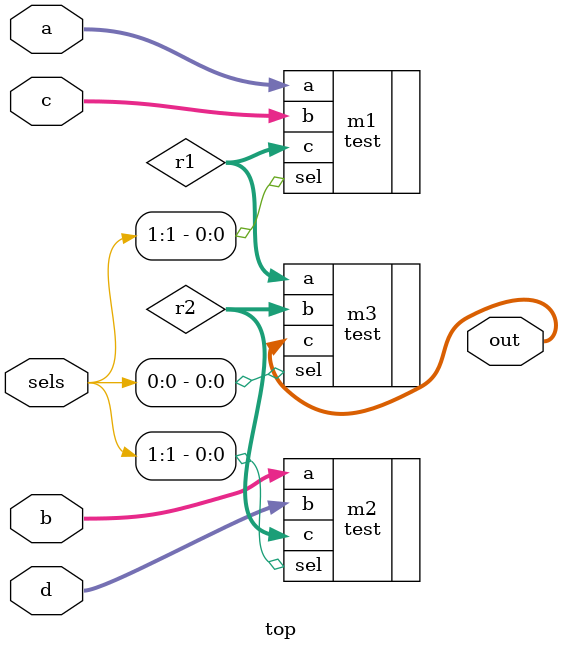
<source format=v>
`timescale 1ns / 1ps
module top(
input [1:0] a,
input [1:0] b,
input [1:0] c,
input [1:0] d,
input [1:0] sels,
output [1:0] out
);
wire [1:0] r1;
wire [1:0] r2;

test m1(
.a (a),
.b (c),
.sel (sels[1]),
.c (r1)
);

test m2(
.a (b),
.b (d),
.sel (sels[1]),
.c (r2)
);

test m3(
.a (r1),
.b (r2),
.sel (sels[0]),
.c (out)
);
endmodule

</source>
